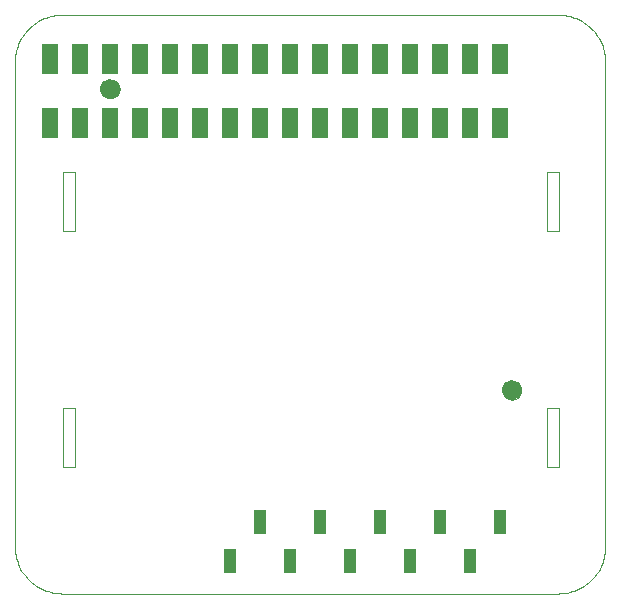
<source format=gbs>
G75*
G70*
%OFA0B0*%
%FSLAX24Y24*%
%IPPOS*%
%LPD*%
%AMOC8*
5,1,8,0,0,1.08239X$1,22.5*
%
%ADD10R,0.0434X0.0827*%
%ADD11R,0.0540X0.1040*%
%ADD12C,0.0000*%
%ADD13C,0.0670*%
D10*
X012607Y001600D03*
X014607Y001600D03*
X013607Y002900D03*
X015607Y002900D03*
X017607Y002900D03*
X016607Y001600D03*
X018607Y001600D03*
X020607Y001600D03*
X019607Y002900D03*
X021607Y002900D03*
D11*
X021607Y016175D03*
X020607Y016175D03*
X019607Y016175D03*
X018607Y016175D03*
X017607Y016175D03*
X016607Y016175D03*
X015607Y016175D03*
X014607Y016175D03*
X013607Y016175D03*
X012607Y016175D03*
X011607Y016175D03*
X010607Y016175D03*
X009607Y016175D03*
X008607Y016175D03*
X007607Y016175D03*
X006607Y016175D03*
X006607Y018325D03*
X007607Y018325D03*
X008607Y018325D03*
X009607Y018325D03*
X010607Y018325D03*
X011607Y018325D03*
X012607Y018325D03*
X013607Y018325D03*
X014607Y018325D03*
X015607Y018325D03*
X016607Y018325D03*
X017607Y018325D03*
X018607Y018325D03*
X019607Y018325D03*
X020607Y018325D03*
X021607Y018325D03*
D12*
X005418Y018217D02*
X005418Y002075D01*
X005420Y001998D01*
X005426Y001921D01*
X005435Y001844D01*
X005448Y001768D01*
X005465Y001692D01*
X005486Y001618D01*
X005510Y001544D01*
X005538Y001472D01*
X005569Y001402D01*
X005604Y001333D01*
X005642Y001265D01*
X005683Y001200D01*
X005728Y001137D01*
X005776Y001076D01*
X005826Y001017D01*
X005879Y000961D01*
X005935Y000908D01*
X005994Y000858D01*
X006055Y000810D01*
X006118Y000765D01*
X006183Y000724D01*
X006251Y000686D01*
X006320Y000651D01*
X006390Y000620D01*
X006462Y000592D01*
X006536Y000568D01*
X006610Y000547D01*
X006686Y000530D01*
X006762Y000517D01*
X006839Y000508D01*
X006916Y000502D01*
X006993Y000500D01*
X023528Y000500D01*
X023605Y000502D01*
X023682Y000508D01*
X023759Y000517D01*
X023835Y000530D01*
X023911Y000547D01*
X023985Y000568D01*
X024059Y000592D01*
X024131Y000620D01*
X024201Y000651D01*
X024270Y000686D01*
X024338Y000724D01*
X024403Y000765D01*
X024466Y000810D01*
X024527Y000858D01*
X024586Y000908D01*
X024642Y000961D01*
X024695Y001017D01*
X024745Y001076D01*
X024793Y001137D01*
X024838Y001200D01*
X024879Y001265D01*
X024917Y001333D01*
X024952Y001402D01*
X024983Y001472D01*
X025011Y001544D01*
X025035Y001618D01*
X025056Y001692D01*
X025073Y001768D01*
X025086Y001844D01*
X025095Y001921D01*
X025101Y001998D01*
X025103Y002075D01*
X025103Y018217D01*
X025101Y018294D01*
X025095Y018371D01*
X025086Y018448D01*
X025073Y018524D01*
X025056Y018600D01*
X025035Y018674D01*
X025011Y018748D01*
X024983Y018820D01*
X024952Y018890D01*
X024917Y018959D01*
X024879Y019027D01*
X024838Y019092D01*
X024793Y019155D01*
X024745Y019216D01*
X024695Y019275D01*
X024642Y019331D01*
X024586Y019384D01*
X024527Y019434D01*
X024466Y019482D01*
X024403Y019527D01*
X024338Y019568D01*
X024270Y019606D01*
X024201Y019641D01*
X024131Y019672D01*
X024059Y019700D01*
X023985Y019724D01*
X023911Y019745D01*
X023835Y019762D01*
X023759Y019775D01*
X023682Y019784D01*
X023605Y019790D01*
X023528Y019792D01*
X023528Y019791D02*
X006993Y019791D01*
X006993Y019792D02*
X006916Y019790D01*
X006839Y019784D01*
X006762Y019775D01*
X006686Y019762D01*
X006610Y019745D01*
X006536Y019724D01*
X006462Y019700D01*
X006390Y019672D01*
X006320Y019641D01*
X006251Y019606D01*
X006183Y019568D01*
X006118Y019527D01*
X006055Y019482D01*
X005994Y019434D01*
X005935Y019384D01*
X005879Y019331D01*
X005826Y019275D01*
X005776Y019216D01*
X005728Y019155D01*
X005683Y019092D01*
X005642Y019027D01*
X005604Y018959D01*
X005569Y018890D01*
X005538Y018820D01*
X005510Y018748D01*
X005486Y018674D01*
X005465Y018600D01*
X005448Y018524D01*
X005435Y018448D01*
X005426Y018371D01*
X005420Y018294D01*
X005418Y018217D01*
X008286Y017319D02*
X008288Y017354D01*
X008294Y017389D01*
X008304Y017423D01*
X008317Y017456D01*
X008334Y017487D01*
X008355Y017515D01*
X008378Y017542D01*
X008405Y017565D01*
X008433Y017586D01*
X008464Y017603D01*
X008497Y017616D01*
X008531Y017626D01*
X008566Y017632D01*
X008601Y017634D01*
X008636Y017632D01*
X008671Y017626D01*
X008705Y017616D01*
X008738Y017603D01*
X008769Y017586D01*
X008797Y017565D01*
X008824Y017542D01*
X008847Y017515D01*
X008868Y017487D01*
X008885Y017456D01*
X008898Y017423D01*
X008908Y017389D01*
X008914Y017354D01*
X008916Y017319D01*
X008914Y017284D01*
X008908Y017249D01*
X008898Y017215D01*
X008885Y017182D01*
X008868Y017151D01*
X008847Y017123D01*
X008824Y017096D01*
X008797Y017073D01*
X008769Y017052D01*
X008738Y017035D01*
X008705Y017022D01*
X008671Y017012D01*
X008636Y017006D01*
X008601Y017004D01*
X008566Y017006D01*
X008531Y017012D01*
X008497Y017022D01*
X008464Y017035D01*
X008433Y017052D01*
X008405Y017073D01*
X008378Y017096D01*
X008355Y017123D01*
X008334Y017151D01*
X008317Y017182D01*
X008304Y017215D01*
X008294Y017249D01*
X008288Y017284D01*
X008286Y017319D01*
X007420Y014563D02*
X007026Y014563D01*
X007026Y012594D01*
X007420Y012594D01*
X007420Y014563D01*
X007420Y006689D02*
X007026Y006689D01*
X007026Y004720D01*
X007420Y004720D01*
X007420Y006689D01*
X021672Y007280D02*
X021674Y007315D01*
X021680Y007350D01*
X021690Y007384D01*
X021703Y007417D01*
X021720Y007448D01*
X021741Y007476D01*
X021764Y007503D01*
X021791Y007526D01*
X021819Y007547D01*
X021850Y007564D01*
X021883Y007577D01*
X021917Y007587D01*
X021952Y007593D01*
X021987Y007595D01*
X022022Y007593D01*
X022057Y007587D01*
X022091Y007577D01*
X022124Y007564D01*
X022155Y007547D01*
X022183Y007526D01*
X022210Y007503D01*
X022233Y007476D01*
X022254Y007448D01*
X022271Y007417D01*
X022284Y007384D01*
X022294Y007350D01*
X022300Y007315D01*
X022302Y007280D01*
X022300Y007245D01*
X022294Y007210D01*
X022284Y007176D01*
X022271Y007143D01*
X022254Y007112D01*
X022233Y007084D01*
X022210Y007057D01*
X022183Y007034D01*
X022155Y007013D01*
X022124Y006996D01*
X022091Y006983D01*
X022057Y006973D01*
X022022Y006967D01*
X021987Y006965D01*
X021952Y006967D01*
X021917Y006973D01*
X021883Y006983D01*
X021850Y006996D01*
X021819Y007013D01*
X021791Y007034D01*
X021764Y007057D01*
X021741Y007084D01*
X021720Y007112D01*
X021703Y007143D01*
X021690Y007176D01*
X021680Y007210D01*
X021674Y007245D01*
X021672Y007280D01*
X023168Y006689D02*
X023168Y004720D01*
X023562Y004720D01*
X023562Y006689D01*
X023168Y006689D01*
X023168Y012594D02*
X023168Y014563D01*
X023562Y014563D01*
X023562Y012594D01*
X023168Y012594D01*
D13*
X021987Y007280D03*
X008601Y017319D03*
M02*

</source>
